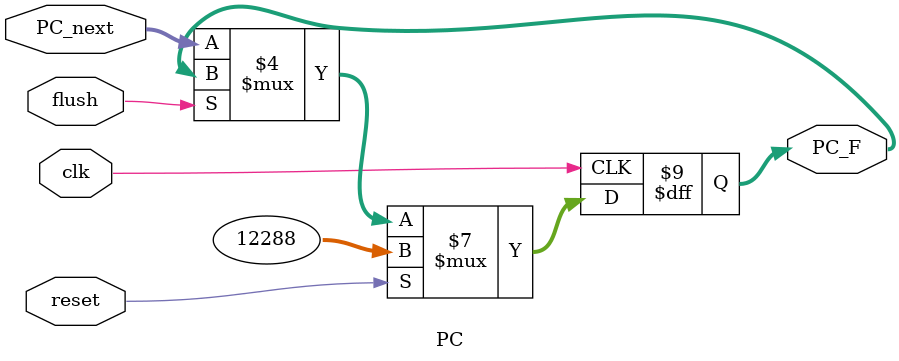
<source format=v>
`timescale 1ns / 1ps
module PC(
    input [31:0] PC_next,
    input clk,
    input flush,
    input reset,
    output reg [31:0] PC_F
    );

    initial begin
        PC_F <= 32'h00003000;
    end

    always @(posedge clk) begin
        if (reset)  begin
            PC_F <= 32'h00003000;
        end

        else if (!flush)    begin
            PC_F <= PC_next;
        end
    end


endmodule

</source>
